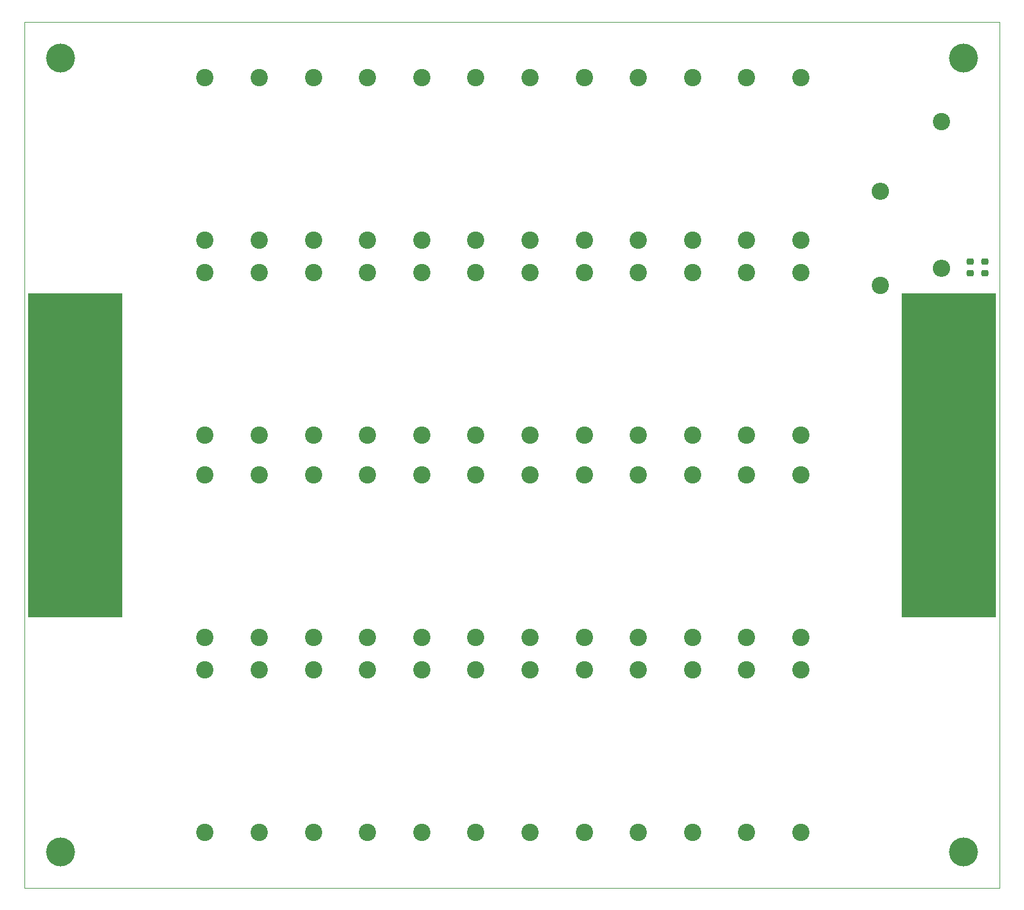
<source format=gts>
%TF.GenerationSoftware,KiCad,Pcbnew,9.0.0*%
%TF.CreationDate,2025-12-10T15:51:30-08:00*%
%TF.ProjectId,cap_bank,6361705f-6261-46e6-9b2e-6b696361645f,rev?*%
%TF.SameCoordinates,Original*%
%TF.FileFunction,Soldermask,Top*%
%TF.FilePolarity,Negative*%
%FSLAX46Y46*%
G04 Gerber Fmt 4.6, Leading zero omitted, Abs format (unit mm)*
G04 Created by KiCad (PCBNEW 9.0.0) date 2025-12-10 15:51:30*
%MOMM*%
%LPD*%
G01*
G04 APERTURE LIST*
G04 Aperture macros list*
%AMRoundRect*
0 Rectangle with rounded corners*
0 $1 Rounding radius*
0 $2 $3 $4 $5 $6 $7 $8 $9 X,Y pos of 4 corners*
0 Add a 4 corners polygon primitive as box body*
4,1,4,$2,$3,$4,$5,$6,$7,$8,$9,$2,$3,0*
0 Add four circle primitives for the rounded corners*
1,1,$1+$1,$2,$3*
1,1,$1+$1,$4,$5*
1,1,$1+$1,$6,$7*
1,1,$1+$1,$8,$9*
0 Add four rect primitives between the rounded corners*
20,1,$1+$1,$2,$3,$4,$5,0*
20,1,$1+$1,$4,$5,$6,$7,0*
20,1,$1+$1,$6,$7,$8,$9,0*
20,1,$1+$1,$8,$9,$2,$3,0*%
G04 Aperture macros list end*
%ADD10C,4.000000*%
%ADD11C,0.600000*%
%ADD12C,10.600000*%
%ADD13R,13.000000X45.000000*%
%ADD14C,2.400000*%
%ADD15O,2.400000X2.400000*%
%ADD16RoundRect,0.218750X-0.256250X0.218750X-0.256250X-0.218750X0.256250X-0.218750X0.256250X0.218750X0*%
%ADD17RoundRect,0.218750X0.256250X-0.218750X0.256250X0.218750X-0.256250X0.218750X-0.256250X-0.218750X0*%
%TA.AperFunction,Profile*%
%ADD18C,0.050000*%
%TD*%
G04 APERTURE END LIST*
D10*
%TO.C,H6*%
X65000000Y-145000000D03*
%TD*%
%TO.C,H5*%
X190000000Y-145000000D03*
%TD*%
%TO.C,H4*%
X190000000Y-35000000D03*
%TD*%
%TO.C,H3*%
X65000000Y-35000000D03*
%TD*%
D11*
%TO.C,H2*%
X186500000Y-106500000D03*
X187500000Y-106500000D03*
X188500000Y-106500000D03*
X189500000Y-106500000D03*
X184500000Y-105500000D03*
X185500000Y-105500000D03*
X186500000Y-105500000D03*
X187500000Y-105500000D03*
X188500000Y-105500000D03*
X189500000Y-105500000D03*
X190500000Y-105500000D03*
X191500000Y-105500000D03*
X184500000Y-104500000D03*
X185500000Y-104500000D03*
X190500000Y-104500000D03*
X191500000Y-104500000D03*
X183500000Y-103500000D03*
X184500000Y-103500000D03*
X191500000Y-103500000D03*
X192500000Y-103500000D03*
X183500000Y-102500000D03*
X184500000Y-102500000D03*
X191500000Y-102500000D03*
X192500000Y-102500000D03*
D12*
X188000000Y-102000000D03*
D11*
X183500000Y-101500000D03*
X184500000Y-101500000D03*
X191500000Y-101500000D03*
X192500000Y-101500000D03*
X183500000Y-100500000D03*
X184500000Y-100500000D03*
X191500000Y-100500000D03*
X192500000Y-100500000D03*
X184500000Y-99500000D03*
X185500000Y-99500000D03*
X190500000Y-99500000D03*
X191500000Y-99500000D03*
X184500000Y-98500000D03*
X185500000Y-98500000D03*
X186500000Y-98500000D03*
X187500000Y-98500000D03*
X188500000Y-98500000D03*
X189500000Y-98500000D03*
X190500000Y-98500000D03*
X191500000Y-98500000D03*
X186500000Y-97500000D03*
X187500000Y-97500000D03*
X188500000Y-97500000D03*
X189500000Y-97500000D03*
D13*
X188000000Y-90000000D03*
D11*
X186500000Y-82500000D03*
X187500000Y-82500000D03*
X188500000Y-82500000D03*
X189500000Y-82500000D03*
X184500000Y-81500000D03*
X185500000Y-81500000D03*
X186500000Y-81500000D03*
X187500000Y-81500000D03*
X188500000Y-81500000D03*
X189500000Y-81500000D03*
X190500000Y-81500000D03*
X191500000Y-81500000D03*
X184500000Y-80500000D03*
X185500000Y-80500000D03*
X190500000Y-80500000D03*
X191500000Y-80500000D03*
X183500000Y-79500000D03*
X184500000Y-79500000D03*
X191500000Y-79500000D03*
X192500000Y-79500000D03*
X183500000Y-78500000D03*
X184500000Y-78500000D03*
X191500000Y-78500000D03*
X192500000Y-78500000D03*
D12*
X188000000Y-78000000D03*
D11*
X183500000Y-77500000D03*
X184500000Y-77500000D03*
X191500000Y-77500000D03*
X192500000Y-77500000D03*
X183500000Y-76500000D03*
X184500000Y-76500000D03*
X191500000Y-76500000D03*
X192500000Y-76500000D03*
X184500000Y-75500000D03*
X185500000Y-75500000D03*
X190500000Y-75500000D03*
X191500000Y-75500000D03*
X184500000Y-74500000D03*
X185500000Y-74500000D03*
X186500000Y-74500000D03*
X187500000Y-74500000D03*
X188500000Y-74500000D03*
X189500000Y-74500000D03*
X190500000Y-74500000D03*
X191500000Y-74500000D03*
X186500000Y-73500000D03*
X187500000Y-73500000D03*
X188500000Y-73500000D03*
X189500000Y-73500000D03*
%TD*%
%TO.C,H1*%
X65500000Y-106500000D03*
X66500000Y-106500000D03*
X67500000Y-106500000D03*
X68500000Y-106500000D03*
X63500000Y-105500000D03*
X64500000Y-105500000D03*
X65500000Y-105500000D03*
X66500000Y-105500000D03*
X67500000Y-105500000D03*
X68500000Y-105500000D03*
X69500000Y-105500000D03*
X70500000Y-105500000D03*
X63500000Y-104500000D03*
X64500000Y-104500000D03*
X69500000Y-104500000D03*
X70500000Y-104500000D03*
X62500000Y-103500000D03*
X63500000Y-103500000D03*
X70500000Y-103500000D03*
X71500000Y-103500000D03*
X62500000Y-102500000D03*
X63500000Y-102500000D03*
X70500000Y-102500000D03*
X71500000Y-102500000D03*
D12*
X67000000Y-102000000D03*
D11*
X62500000Y-101500000D03*
X63500000Y-101500000D03*
X70500000Y-101500000D03*
X71500000Y-101500000D03*
X62500000Y-100500000D03*
X63500000Y-100500000D03*
X70500000Y-100500000D03*
X71500000Y-100500000D03*
X63500000Y-99500000D03*
X64500000Y-99500000D03*
X69500000Y-99500000D03*
X70500000Y-99500000D03*
X63500000Y-98500000D03*
X64500000Y-98500000D03*
X65500000Y-98500000D03*
X66500000Y-98500000D03*
X67500000Y-98500000D03*
X68500000Y-98500000D03*
X69500000Y-98500000D03*
X70500000Y-98500000D03*
X65500000Y-97500000D03*
X66500000Y-97500000D03*
X67500000Y-97500000D03*
X68500000Y-97500000D03*
D13*
X67000000Y-90000000D03*
D11*
X65500000Y-82500000D03*
X66500000Y-82500000D03*
X67500000Y-82500000D03*
X68500000Y-82500000D03*
X63500000Y-81500000D03*
X64500000Y-81500000D03*
X65500000Y-81500000D03*
X66500000Y-81500000D03*
X67500000Y-81500000D03*
X68500000Y-81500000D03*
X69500000Y-81500000D03*
X70500000Y-81500000D03*
X63500000Y-80500000D03*
X64500000Y-80500000D03*
X69500000Y-80500000D03*
X70500000Y-80500000D03*
X62500000Y-79500000D03*
X63500000Y-79500000D03*
X70500000Y-79500000D03*
X71500000Y-79500000D03*
X62500000Y-78500000D03*
X63500000Y-78500000D03*
X70500000Y-78500000D03*
X71500000Y-78500000D03*
D12*
X67000000Y-78000000D03*
D11*
X62500000Y-77500000D03*
X63500000Y-77500000D03*
X70500000Y-77500000D03*
X71500000Y-77500000D03*
X62500000Y-76500000D03*
X63500000Y-76500000D03*
X70500000Y-76500000D03*
X71500000Y-76500000D03*
X63500000Y-75500000D03*
X64500000Y-75500000D03*
X69500000Y-75500000D03*
X70500000Y-75500000D03*
X63500000Y-74500000D03*
X64500000Y-74500000D03*
X65500000Y-74500000D03*
X66500000Y-74500000D03*
X67500000Y-74500000D03*
X68500000Y-74500000D03*
X69500000Y-74500000D03*
X70500000Y-74500000D03*
X65500000Y-73500000D03*
X66500000Y-73500000D03*
X67500000Y-73500000D03*
X68500000Y-73500000D03*
%TD*%
D14*
%TO.C,GD1*%
X178500000Y-66500000D03*
D15*
X178500000Y-53500000D03*
%TD*%
D14*
%TO.C,C48*%
X167500000Y-60250000D03*
X167500000Y-37750000D03*
%TD*%
%TO.C,C47*%
X160000000Y-60250000D03*
X160000000Y-37750000D03*
%TD*%
%TO.C,C46*%
X152500000Y-60250000D03*
X152500000Y-37750000D03*
%TD*%
%TO.C,C45*%
X145000000Y-60250000D03*
X145000000Y-37750000D03*
%TD*%
%TO.C,C44*%
X137500000Y-60250000D03*
X137500000Y-37750000D03*
%TD*%
%TO.C,C43*%
X130000000Y-60250000D03*
X130000000Y-37750000D03*
%TD*%
%TO.C,C42*%
X122500000Y-60250000D03*
X122500000Y-37750000D03*
%TD*%
%TO.C,C41*%
X115000000Y-60250000D03*
X115000000Y-37750000D03*
%TD*%
%TO.C,C40*%
X107500000Y-60250000D03*
X107500000Y-37750000D03*
%TD*%
%TO.C,C39*%
X100000000Y-60250000D03*
X100000000Y-37750000D03*
%TD*%
%TO.C,C38*%
X92500000Y-60250000D03*
X92500000Y-37750000D03*
%TD*%
%TO.C,C37*%
X85000000Y-60250000D03*
X85000000Y-37750000D03*
%TD*%
%TO.C,C36*%
X167500000Y-87250000D03*
X167500000Y-64750000D03*
%TD*%
%TO.C,C35*%
X160000000Y-87250000D03*
X160000000Y-64750000D03*
%TD*%
%TO.C,C34*%
X152500000Y-87250000D03*
X152500000Y-64750000D03*
%TD*%
%TO.C,C33*%
X145000000Y-87250000D03*
X145000000Y-64750000D03*
%TD*%
%TO.C,C32*%
X137500000Y-87250000D03*
X137500000Y-64750000D03*
%TD*%
%TO.C,C31*%
X130000000Y-87250000D03*
X130000000Y-64750000D03*
%TD*%
%TO.C,C30*%
X122500000Y-87250000D03*
X122500000Y-64750000D03*
%TD*%
%TO.C,C29*%
X115000000Y-87250000D03*
X115000000Y-64750000D03*
%TD*%
%TO.C,C28*%
X107500000Y-87250000D03*
X107500000Y-64750000D03*
%TD*%
%TO.C,C27*%
X100000000Y-87250000D03*
X100000000Y-64750000D03*
%TD*%
%TO.C,C26*%
X92500000Y-87250000D03*
X92500000Y-64750000D03*
%TD*%
%TO.C,C25*%
X85000000Y-87250000D03*
X85000000Y-64750000D03*
%TD*%
%TO.C,C24*%
X167500000Y-115250000D03*
X167500000Y-92750000D03*
%TD*%
%TO.C,C23*%
X160000000Y-115250000D03*
X160000000Y-92750000D03*
%TD*%
%TO.C,C22*%
X152500000Y-115250000D03*
X152500000Y-92750000D03*
%TD*%
%TO.C,C21*%
X145000000Y-115250000D03*
X145000000Y-92750000D03*
%TD*%
%TO.C,C20*%
X137500000Y-115250000D03*
X137500000Y-92750000D03*
%TD*%
%TO.C,C19*%
X130000000Y-92750000D03*
X130000000Y-115250000D03*
%TD*%
%TO.C,C18*%
X122500000Y-115250000D03*
X122500000Y-92750000D03*
%TD*%
%TO.C,C17*%
X115000000Y-115250000D03*
X115000000Y-92750000D03*
%TD*%
%TO.C,C16*%
X107500000Y-115250000D03*
X107500000Y-92750000D03*
%TD*%
%TO.C,C15*%
X100000000Y-115250000D03*
X100000000Y-92750000D03*
%TD*%
%TO.C,C14*%
X92500000Y-115250000D03*
X92500000Y-92750000D03*
%TD*%
%TO.C,C13*%
X85000000Y-115250000D03*
X85000000Y-92750000D03*
%TD*%
%TO.C,C12*%
X167500000Y-142250000D03*
X167500000Y-119750000D03*
%TD*%
%TO.C,C11*%
X160000000Y-142250000D03*
X160000000Y-119750000D03*
%TD*%
%TO.C,C10*%
X152500000Y-142250000D03*
X152500000Y-119750000D03*
%TD*%
%TO.C,C9*%
X145000000Y-142250000D03*
X145000000Y-119750000D03*
%TD*%
%TO.C,C8*%
X137500000Y-142250000D03*
X137500000Y-119750000D03*
%TD*%
%TO.C,C7*%
X130000000Y-142250000D03*
X130000000Y-119750000D03*
%TD*%
%TO.C,C6*%
X122500000Y-142250000D03*
X122500000Y-119750000D03*
%TD*%
%TO.C,C5*%
X115000000Y-142250000D03*
X115000000Y-119750000D03*
%TD*%
%TO.C,C4*%
X107500000Y-142250000D03*
X107500000Y-119750000D03*
%TD*%
%TO.C,C3*%
X100000000Y-142250000D03*
X100000000Y-119750000D03*
%TD*%
%TO.C,C2*%
X92500000Y-142250000D03*
X92500000Y-119750000D03*
%TD*%
%TO.C,C1*%
X85000000Y-142250000D03*
X85000000Y-119750000D03*
%TD*%
%TO.C,R1*%
X187000000Y-43840000D03*
D15*
X187000000Y-64160000D03*
%TD*%
D16*
%TO.C,D1*%
X191000000Y-63212500D03*
X191000000Y-64787500D03*
%TD*%
D17*
%TO.C,D2*%
X193000000Y-64787500D03*
X193000000Y-63212500D03*
%TD*%
D18*
X60000000Y-30000000D02*
X195000000Y-30000000D01*
X195000000Y-150000000D01*
X60000000Y-150000000D01*
X60000000Y-30000000D01*
M02*

</source>
